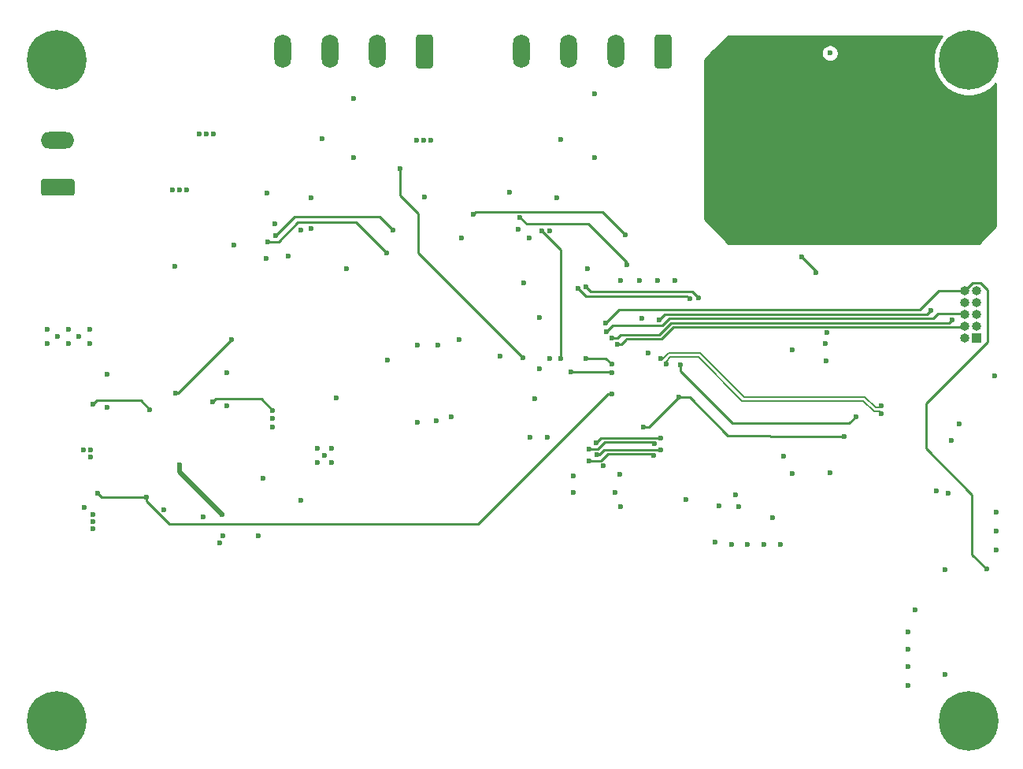
<source format=gbr>
%TF.GenerationSoftware,KiCad,Pcbnew,5.1.6-c6e7f7d~86~ubuntu18.04.1*%
%TF.CreationDate,2020-05-26T14:20:14+02:00*%
%TF.ProjectId,moeder_milda_v01,6d6f6564-6572-45f6-9d69-6c64615f7630,rev?*%
%TF.SameCoordinates,Original*%
%TF.FileFunction,Copper,L4,Bot*%
%TF.FilePolarity,Positive*%
%FSLAX46Y46*%
G04 Gerber Fmt 4.6, Leading zero omitted, Abs format (unit mm)*
G04 Created by KiCad (PCBNEW 5.1.6-c6e7f7d~86~ubuntu18.04.1) date 2020-05-26 14:20:14*
%MOMM*%
%LPD*%
G01*
G04 APERTURE LIST*
%TA.AperFunction,ComponentPad*%
%ADD10C,0.800000*%
%TD*%
%TA.AperFunction,ComponentPad*%
%ADD11C,6.400000*%
%TD*%
%TA.AperFunction,SMDPad,CuDef*%
%ADD12R,5.080000X2.420000*%
%TD*%
%TA.AperFunction,ViaPad*%
%ADD13C,0.970000*%
%TD*%
%TA.AperFunction,Conductor*%
%ADD14R,0.950000X0.460000*%
%TD*%
%TA.AperFunction,ComponentPad*%
%ADD15O,1.000000X1.000000*%
%TD*%
%TA.AperFunction,ComponentPad*%
%ADD16R,1.000000X1.000000*%
%TD*%
%TA.AperFunction,ComponentPad*%
%ADD17O,1.800000X3.600000*%
%TD*%
%TA.AperFunction,ComponentPad*%
%ADD18O,3.600000X1.800000*%
%TD*%
%TA.AperFunction,ViaPad*%
%ADD19C,0.800000*%
%TD*%
%TA.AperFunction,ViaPad*%
%ADD20C,0.600000*%
%TD*%
%TA.AperFunction,Conductor*%
%ADD21C,0.250000*%
%TD*%
%TA.AperFunction,Conductor*%
%ADD22C,0.500000*%
%TD*%
%TA.AperFunction,Conductor*%
%ADD23C,0.200000*%
%TD*%
%TA.AperFunction,Conductor*%
%ADD24C,0.254000*%
%TD*%
G04 APERTURE END LIST*
D10*
%TO.P,H4,1*%
%TO.N,N/C*%
X136697056Y-90302944D03*
X135000000Y-89600000D03*
X133302944Y-90302944D03*
X132600000Y-92000000D03*
X133302944Y-93697056D03*
X135000000Y-94400000D03*
X136697056Y-93697056D03*
X137400000Y-92000000D03*
D11*
X135000000Y-92000000D03*
%TD*%
D10*
%TO.P,H3,1*%
%TO.N,N/C*%
X136697056Y-19302944D03*
X135000000Y-18600000D03*
X133302944Y-19302944D03*
X132600000Y-21000000D03*
X133302944Y-22697056D03*
X135000000Y-23400000D03*
X136697056Y-22697056D03*
X137400000Y-21000000D03*
D11*
X135000000Y-21000000D03*
%TD*%
D10*
%TO.P,H2,1*%
%TO.N,N/C*%
X38697056Y-90302944D03*
X37000000Y-89600000D03*
X35302944Y-90302944D03*
X34600000Y-92000000D03*
X35302944Y-93697056D03*
X37000000Y-94400000D03*
X38697056Y-93697056D03*
X39400000Y-92000000D03*
D11*
X37000000Y-92000000D03*
%TD*%
D10*
%TO.P,H1,1*%
%TO.N,N/C*%
X38697056Y-19302944D03*
X37000000Y-18600000D03*
X35302944Y-19302944D03*
X34600000Y-21000000D03*
X35302944Y-22697056D03*
X37000000Y-23400000D03*
X38697056Y-22697056D03*
X39400000Y-21000000D03*
D11*
X37000000Y-21000000D03*
%TD*%
D12*
%TO.P,AE1,2*%
%TO.N,GND*%
X135527200Y-36079200D03*
X135527200Y-27319200D03*
D13*
%TD*%
%TO.N,GND*%
%TO.C,AE1*%
X132087200Y-36079200D03*
%TO.N,GND*%
%TO.C,AE1*%
X132087200Y-27319200D03*
D14*
X132537200Y-36079200D03*
X132537200Y-27319200D03*
%TD*%
D15*
%TO.P,J2,10*%
%TO.N,/MCU/RST*%
X134569200Y-45770800D03*
%TO.P,J2,9*%
%TO.N,GND*%
X135839200Y-45770800D03*
%TO.P,J2,8*%
%TO.N,/MCU/J_TDI*%
X134569200Y-47040800D03*
%TO.P,J2,7*%
%TO.N,N/C*%
X135839200Y-47040800D03*
%TO.P,J2,6*%
%TO.N,/MCU/J_TDO*%
X134569200Y-48310800D03*
%TO.P,J2,5*%
%TO.N,GND*%
X135839200Y-48310800D03*
%TO.P,J2,4*%
%TO.N,/MCU/J_TCK*%
X134569200Y-49580800D03*
%TO.P,J2,3*%
%TO.N,GND*%
X135839200Y-49580800D03*
%TO.P,J2,2*%
%TO.N,/MCU/J_TMS*%
X134569200Y-50850800D03*
D16*
%TO.P,J2,1*%
%TO.N,N/C*%
X135839200Y-50850800D03*
%TD*%
%TO.P,J3,1*%
%TO.N,GND*%
%TA.AperFunction,ComponentPad*%
G36*
G01*
X77404800Y-18516000D02*
X77404800Y-21616000D01*
G75*
G02*
X77154800Y-21866000I-250000J0D01*
G01*
X75854800Y-21866000D01*
G75*
G02*
X75604800Y-21616000I0J250000D01*
G01*
X75604800Y-18516000D01*
G75*
G02*
X75854800Y-18266000I250000J0D01*
G01*
X77154800Y-18266000D01*
G75*
G02*
X77404800Y-18516000I0J-250000D01*
G01*
G37*
%TD.AperFunction*%
D17*
%TO.P,J3,2*%
%TO.N,/CAN/CAN1_N*%
X71424800Y-20066000D03*
%TO.P,J3,3*%
%TO.N,/CAN/CAN1_P*%
X66344800Y-20066000D03*
%TO.P,J3,4*%
%TO.N,VBUS_CAN1*%
X61264800Y-20066000D03*
%TD*%
%TO.P,J4,4*%
%TO.N,VBUS_CAN2*%
X86918800Y-20066000D03*
%TO.P,J4,3*%
%TO.N,/CAN/CAN2_P*%
X91998800Y-20066000D03*
%TO.P,J4,2*%
%TO.N,/CAN/CAN2_N*%
X97078800Y-20066000D03*
%TO.P,J4,1*%
%TO.N,GND*%
%TA.AperFunction,ComponentPad*%
G36*
G01*
X103058800Y-18516000D02*
X103058800Y-21616000D01*
G75*
G02*
X102808800Y-21866000I-250000J0D01*
G01*
X101508800Y-21866000D01*
G75*
G02*
X101258800Y-21616000I0J250000D01*
G01*
X101258800Y-18516000D01*
G75*
G02*
X101508800Y-18266000I250000J0D01*
G01*
X102808800Y-18266000D01*
G75*
G02*
X103058800Y-18516000I0J-250000D01*
G01*
G37*
%TD.AperFunction*%
%TD*%
D18*
%TO.P,J5,2*%
%TO.N,GND*%
X37084000Y-29591000D03*
%TO.P,J5,1*%
%TO.N,Net-(C25-Pad1)*%
%TA.AperFunction,ComponentPad*%
G36*
G01*
X38634000Y-35571000D02*
X35534000Y-35571000D01*
G75*
G02*
X35284000Y-35321000I0J250000D01*
G01*
X35284000Y-34021000D01*
G75*
G02*
X35534000Y-33771000I250000J0D01*
G01*
X38634000Y-33771000D01*
G75*
G02*
X38884000Y-34021000I0J-250000D01*
G01*
X38884000Y-35321000D01*
G75*
G02*
X38634000Y-35571000I-250000J0D01*
G01*
G37*
%TD.AperFunction*%
%TD*%
D19*
%TO.N,GND*%
X134264400Y-35153600D03*
X136347200Y-35153600D03*
X136347200Y-36068000D03*
X134264400Y-36982400D03*
X135331200Y-36068000D03*
X134264400Y-36068000D03*
X136347200Y-36982400D03*
X135331200Y-36982400D03*
X135331200Y-35153600D03*
X136398000Y-28295600D03*
X135382000Y-28295600D03*
X134315200Y-28295600D03*
X136398000Y-27381200D03*
X135382000Y-27381200D03*
X134315200Y-27381200D03*
X136398000Y-26466800D03*
X135382000Y-26466800D03*
X134315200Y-26466800D03*
D20*
X68884800Y-25146000D03*
X68884800Y-31496000D03*
X68122800Y-43434000D03*
X107746800Y-72771000D03*
X97586800Y-68961000D03*
X64312800Y-35814000D03*
X94792800Y-24638000D03*
X94792800Y-31496000D03*
X94030800Y-43434000D03*
X90728800Y-35814000D03*
X119557800Y-51435000D03*
X119684800Y-53340000D03*
X109524800Y-73025000D03*
X111175800Y-73025000D03*
X112953800Y-73025000D03*
X101523800Y-44704000D03*
X99618800Y-44704000D03*
X100507800Y-52451000D03*
X109905800Y-67691000D03*
X104571800Y-68199000D03*
X114731800Y-73025000D03*
X115112800Y-63545000D03*
X137972800Y-69532500D03*
X137972800Y-71564500D03*
X137972800Y-73660000D03*
X97586800Y-44704000D03*
X103428800Y-44704000D03*
X125717300Y-20193000D03*
X127812800Y-39878000D03*
X114414300Y-39878000D03*
X77965300Y-51625500D03*
X75742800Y-51625500D03*
X88887300Y-48641000D03*
X80187800Y-51054000D03*
X88379300Y-57404000D03*
X87871300Y-61531500D03*
X89712800Y-61531500D03*
X77774800Y-59753500D03*
X75742800Y-59880500D03*
X84632800Y-52768500D03*
X95751442Y-64580645D03*
X92506800Y-65659000D03*
X92506800Y-67437000D03*
X89966800Y-53086000D03*
X128447800Y-82423000D03*
X128511300Y-88201500D03*
X128511300Y-86169500D03*
X128511300Y-84264500D03*
X137807700Y-54914800D03*
X131521200Y-67259200D03*
X132791200Y-67564000D03*
X132448300Y-87045800D03*
X129273300Y-80086200D03*
X120142000Y-65328800D03*
X79400400Y-59334400D03*
X119786400Y-50293020D03*
X59588400Y-35255200D03*
X65532000Y-29464000D03*
X91186000Y-29527500D03*
X55245000Y-54610000D03*
X55245000Y-58166000D03*
X42418000Y-54737000D03*
X42418000Y-58293000D03*
X54483000Y-72898000D03*
X54864000Y-72136000D03*
X63246000Y-68326000D03*
X59181668Y-65913332D03*
X58674000Y-72136000D03*
X52705000Y-70104000D03*
X67056000Y-57277000D03*
X49657000Y-43180000D03*
X56007000Y-40894000D03*
X60452000Y-38608000D03*
X50927000Y-34925000D03*
X50165000Y-34925000D03*
X49403000Y-34925000D03*
X48514000Y-69342000D03*
X76479400Y-35687000D03*
X86588600Y-39166800D03*
X85648800Y-35229800D03*
X132461000Y-75755500D03*
X40894000Y-69850000D03*
X40894000Y-70612000D03*
X40894000Y-71374000D03*
X40640000Y-62865000D03*
X40640000Y-63627000D03*
X39878000Y-62865000D03*
X39941500Y-69024500D03*
X133159500Y-61849000D03*
X133985000Y-60071000D03*
X123380500Y-19304000D03*
%TO.N,PRI_HI*%
X116065300Y-52133500D03*
X110286800Y-68961000D03*
X108191300Y-68897500D03*
X96951800Y-67437000D03*
X120079800Y-20242500D03*
X88823800Y-54165500D03*
X72504300Y-53213000D03*
X97459800Y-65532000D03*
X99872800Y-48768000D03*
X113879600Y-70118000D03*
X116001800Y-65405000D03*
X61849000Y-42037000D03*
X59512200Y-42291000D03*
X80441800Y-40106600D03*
X87782400Y-40132000D03*
X87198200Y-44907200D03*
X65024000Y-62738000D03*
X66548000Y-62738000D03*
X65786000Y-63500000D03*
X65024000Y-64262000D03*
X66548000Y-64262000D03*
%TO.N,/MCU/RST*%
X95961200Y-49225200D03*
X136969500Y-75692000D03*
%TO.N,+3V3*%
X64312800Y-39116000D03*
X89966800Y-39370000D03*
X53685440Y-57749440D03*
X60198000Y-59499500D03*
X60198000Y-60388500D03*
X60198000Y-58610500D03*
X89128600Y-39344600D03*
X63220600Y-39293800D03*
X91186000Y-53086000D03*
%TO.N,+12V*%
X35941000Y-49911000D03*
X35941000Y-51435000D03*
X37058600Y-50698400D03*
X38227000Y-49911000D03*
X38227000Y-51435000D03*
X40513000Y-49911000D03*
X40513000Y-51435000D03*
X39370000Y-50673000D03*
X52324000Y-28956000D03*
X53086000Y-28956000D03*
X53848000Y-28956000D03*
X75692000Y-29591000D03*
X76454000Y-29591000D03*
X77216000Y-29591000D03*
X87122000Y-52959000D03*
X73914000Y-32639000D03*
%TO.N,+5V*%
X40845740Y-57927240D03*
X46992540Y-58536840D03*
X49784000Y-56769000D03*
X55753000Y-51054000D03*
%TO.N,/Power/MOS_G*%
X54737000Y-69850000D03*
X50165000Y-64516000D03*
%TO.N,/MCU/J_TMS*%
X101752400Y-48869600D03*
X130911600Y-47904400D03*
%TO.N,/MCU/J_TCK*%
X97231200Y-51511200D03*
%TO.N,/MCU/J_TDO*%
X96063820Y-50190400D03*
%TO.N,/MCU/J_TDI*%
X96621600Y-50850800D03*
X133248400Y-48869600D03*
%TO.N,/MCU/USB_FT*%
X103886000Y-57200800D03*
X121615200Y-61468000D03*
X100076000Y-60452000D03*
%TO.N,/MCU/USB_LED*%
X122859800Y-59309000D03*
X104038400Y-53695600D03*
%TO.N,BAT_CHG*%
X46609000Y-67945000D03*
X96647000Y-56896000D03*
X41338500Y-67500500D03*
%TO.N,M_12V*%
X101206300Y-62220000D03*
X94233804Y-62781501D03*
%TO.N,M_5V0*%
X95046800Y-63406501D03*
X101904800Y-62845000D03*
%TO.N,M_3V3*%
X94919800Y-62103000D03*
X101904800Y-61595000D03*
%TO.N,M_TMP*%
X101142800Y-63470000D03*
X94221300Y-64031501D03*
%TO.N,RFM_MISO*%
X118541800Y-43815000D03*
X117017800Y-42164000D03*
%TO.N,CAN1_STB*%
X93049108Y-45558692D03*
X105003600Y-46634400D03*
%TO.N,/MCU/USB_N*%
X125603000Y-58972000D03*
X102501033Y-53642227D03*
%TO.N,/MCU/USB_P*%
X125603000Y-58122000D03*
X101899991Y-53041185D03*
%TO.N,CAN1_FLGB*%
X92227400Y-54483000D03*
X96647000Y-54610000D03*
%TO.N,CAN1_DIS*%
X60477400Y-39827200D03*
X73126600Y-39217600D03*
X93827600Y-45339000D03*
X105943400Y-46532800D03*
%TO.N,CAN1_PGD*%
X96621600Y-53670200D03*
X93827600Y-53035200D03*
X72440800Y-41706800D03*
X59613800Y-40487600D03*
%TO.N,CAN2_DIS*%
X98066842Y-39728158D03*
X81737200Y-37541200D03*
%TO.N,CAN2_PGD*%
X98234500Y-42989500D03*
X86766400Y-37909499D03*
%TD*%
D21*
%TO.N,/MCU/RST*%
X131826000Y-45770800D02*
X134569200Y-45770800D01*
X95961200Y-49225200D02*
X97383600Y-47802800D01*
X129794000Y-47802800D02*
X131826000Y-45770800D01*
X97383600Y-47802800D02*
X129794000Y-47802800D01*
X136235201Y-44945799D02*
X135394201Y-44945799D01*
X135382000Y-74104500D02*
X135382000Y-67716400D01*
X137007600Y-45718198D02*
X136235201Y-44945799D01*
X130403600Y-62738000D02*
X130403600Y-57871402D01*
X136969500Y-75692000D02*
X135382000Y-74104500D01*
X135382000Y-67716400D02*
X130403600Y-62738000D01*
X135394201Y-44945799D02*
X134569200Y-45770800D01*
X130403600Y-57871402D02*
X137007600Y-51267402D01*
X137007600Y-51267402D02*
X137007600Y-45718198D01*
%TO.N,+3V3*%
X58962341Y-57374841D02*
X60198000Y-58610500D01*
X53660040Y-57774840D02*
X54060039Y-57374841D01*
X54060039Y-57374841D02*
X58962341Y-57374841D01*
X91186000Y-53086000D02*
X91186000Y-41402000D01*
X91186000Y-41402000D02*
X89128600Y-39344600D01*
%TO.N,+12V*%
X75854399Y-41691399D02*
X75854399Y-37500399D01*
X87122000Y-52959000D02*
X75854399Y-41691399D01*
X75854399Y-37500399D02*
X73914000Y-35560000D01*
X73914000Y-35560000D02*
X73914000Y-32639000D01*
%TO.N,+5V*%
X45982941Y-57527241D02*
X46992540Y-58536840D01*
X41245739Y-57527241D02*
X45982941Y-57527241D01*
X40845740Y-57927240D02*
X41245739Y-57527241D01*
X50038000Y-56769000D02*
X49784000Y-56769000D01*
X55753000Y-51054000D02*
X50038000Y-56769000D01*
D22*
%TO.N,/Power/MOS_G*%
X54737000Y-69850000D02*
X50165000Y-65278000D01*
X50165000Y-65278000D02*
X50165000Y-64516000D01*
D21*
%TO.N,/MCU/J_TMS*%
X101752400Y-48869600D02*
X102311200Y-48310800D01*
X102311200Y-48310800D02*
X130505200Y-48310800D01*
X130505200Y-48310800D02*
X130911600Y-47904400D01*
%TO.N,/MCU/J_TCK*%
X134481980Y-49668020D02*
X134569200Y-49580800D01*
X103239980Y-49668020D02*
X134481980Y-49668020D01*
X97655464Y-51511200D02*
X98145600Y-51021064D01*
X97231200Y-51511200D02*
X97655464Y-51511200D01*
X98145600Y-51003200D02*
X98188189Y-50960611D01*
X98145600Y-51021064D02*
X98145600Y-51003200D01*
X98188189Y-50960611D02*
X101947389Y-50960611D01*
X101947389Y-50960611D02*
X103239980Y-49668020D01*
%TO.N,/MCU/J_TDO*%
X134502999Y-48244599D02*
X134569200Y-48310800D01*
X96063820Y-50190400D02*
X96759619Y-49494601D01*
X96759619Y-49494601D02*
X102092599Y-49494601D01*
X102092599Y-49494601D02*
X102819200Y-48768000D01*
X131739801Y-48244599D02*
X134502999Y-48244599D01*
X102819200Y-48768000D02*
X131216400Y-48768000D01*
X131216400Y-48768000D02*
X131739801Y-48244599D01*
%TO.N,/MCU/J_TDI*%
X101713009Y-50510601D02*
X103005600Y-49218010D01*
X97622199Y-50510601D02*
X101713009Y-50510601D01*
X103005600Y-49218010D02*
X132899990Y-49218010D01*
X97282000Y-50850800D02*
X97622199Y-50510601D01*
X96621600Y-50850800D02*
X97282000Y-50850800D01*
X132899990Y-49218010D02*
X133248400Y-48869600D01*
%TO.N,/MCU/USB_FT*%
X121513600Y-61366400D02*
X121615200Y-61468000D01*
X100634800Y-60452000D02*
X103886000Y-57200800D01*
X100076000Y-60452000D02*
X100634800Y-60452000D01*
X103886000Y-57200800D02*
X104990046Y-57200800D01*
X104990046Y-57200800D02*
X109118400Y-61329154D01*
X109118400Y-61329154D02*
X113575246Y-61329154D01*
X113714092Y-61468000D02*
X121615200Y-61468000D01*
X113575246Y-61329154D02*
X113714092Y-61468000D01*
%TO.N,/MCU/USB_LED*%
X104038400Y-54410649D02*
X109620241Y-59992490D01*
X109620241Y-59992490D02*
X122176310Y-59992490D01*
X122176310Y-59992490D02*
X122859800Y-59309000D01*
X104038400Y-53695600D02*
X104038400Y-54410649D01*
%TO.N,BAT_CHG*%
X46609000Y-68369264D02*
X49105736Y-70866000D01*
X46609000Y-67945000D02*
X46609000Y-68369264D01*
X49105736Y-70866000D02*
X82296000Y-70866000D01*
X82296000Y-70866000D02*
X96266000Y-56896000D01*
X96266000Y-56896000D02*
X96647000Y-56896000D01*
X41783000Y-67945000D02*
X46609000Y-67945000D01*
X41338500Y-67500500D02*
X41783000Y-67945000D01*
%TO.N,M_12V*%
X95166301Y-62781501D02*
X95902792Y-62045010D01*
X94233804Y-62781501D02*
X95166301Y-62781501D01*
X101031310Y-62045010D02*
X101206300Y-62220000D01*
X95902792Y-62045010D02*
X101031310Y-62045010D01*
%TO.N,M_5V0*%
X95046800Y-63406501D02*
X95265275Y-63406501D01*
X95265275Y-63406501D02*
X95826776Y-62845000D01*
X95826776Y-62845000D02*
X101904800Y-62845000D01*
%TO.N,M_3V3*%
X94919800Y-62103000D02*
X95427800Y-61595000D01*
X95427800Y-61595000D02*
X101904800Y-61595000D01*
%TO.N,M_TMP*%
X95453001Y-64031502D02*
X96189493Y-63295010D01*
X100967810Y-63295010D02*
X101142800Y-63470000D01*
X96189493Y-63295010D02*
X100967810Y-63295010D01*
X94221300Y-64031501D02*
X95453001Y-64031502D01*
%TO.N,RFM_MISO*%
X118541800Y-43815000D02*
X118541800Y-43688000D01*
X118541800Y-43688000D02*
X117017800Y-42164000D01*
%TO.N,CAN1_STB*%
X93049108Y-45558692D02*
X93845416Y-46355000D01*
X93845416Y-46355000D02*
X104724200Y-46355000D01*
X104724200Y-46355000D02*
X105003600Y-46634400D01*
D23*
%TO.N,/MCU/USB_N*%
X125603000Y-58972000D02*
X125403000Y-58772000D01*
X125403000Y-58772000D02*
X124811300Y-58772000D01*
X124811300Y-58772000D02*
X123668300Y-57629000D01*
X123668300Y-57629000D02*
X110650800Y-57629000D01*
X110650800Y-57629000D02*
X105951800Y-52930000D01*
X102501033Y-53359384D02*
X102501033Y-53642227D01*
X105951800Y-52930000D02*
X102930417Y-52930000D01*
X102930417Y-52930000D02*
X102501033Y-53359384D01*
%TO.N,/MCU/USB_P*%
X125603000Y-58122000D02*
X125403000Y-58322000D01*
X125403000Y-58322000D02*
X124997700Y-58322000D01*
X124997700Y-58322000D02*
X123854700Y-57179000D01*
X123854700Y-57179000D02*
X110837200Y-57179000D01*
X110837200Y-57179000D02*
X106138200Y-52480000D01*
X106138200Y-52480000D02*
X102744019Y-52480000D01*
X102744019Y-52480000D02*
X102182834Y-53041185D01*
X102182834Y-53041185D02*
X101899991Y-53041185D01*
D21*
%TO.N,CAN1_FLGB*%
X92227400Y-54483000D02*
X96520000Y-54483000D01*
X96520000Y-54483000D02*
X96647000Y-54610000D01*
%TO.N,CAN1_DIS*%
X60477400Y-39827200D02*
X62516590Y-37788010D01*
X62516590Y-37788010D02*
X71697010Y-37788010D01*
X71697010Y-37788010D02*
X73126600Y-39217600D01*
X93827600Y-45339000D02*
X94386400Y-45897800D01*
X94386400Y-45897800D02*
X105308400Y-45897800D01*
X105308400Y-45897800D02*
X105943400Y-46532800D01*
%TO.N,CAN1_PGD*%
X96621600Y-53670200D02*
X95986600Y-53035200D01*
X95986600Y-53035200D02*
X93827600Y-53035200D01*
X72440800Y-41706800D02*
X69164200Y-38430200D01*
X69164200Y-38430200D02*
X62865000Y-38430200D01*
X62865000Y-38430200D02*
X60807600Y-40487600D01*
X60807600Y-40487600D02*
X59613800Y-40487600D01*
%TO.N,CAN2_DIS*%
X98066842Y-39728158D02*
X95623183Y-37284499D01*
X95623183Y-37284499D02*
X81993901Y-37284499D01*
X81993901Y-37284499D02*
X81737200Y-37541200D01*
%TO.N,CAN2_PGD*%
X98234500Y-42989500D02*
X98234500Y-42735500D01*
X98234500Y-42735500D02*
X94107000Y-38608000D01*
X94107000Y-38608000D02*
X87464901Y-38608000D01*
X87464901Y-38608000D02*
X86766400Y-37909499D01*
%TD*%
D24*
%TO.N,GND*%
G36*
X132115312Y-18461179D02*
G01*
X132021161Y-18555330D01*
X131601467Y-19183446D01*
X131312377Y-19881372D01*
X131165000Y-20622285D01*
X131165000Y-21377715D01*
X131312377Y-22118628D01*
X131601467Y-22816554D01*
X132021161Y-23444670D01*
X132555330Y-23978839D01*
X133183446Y-24398533D01*
X133881372Y-24687623D01*
X134622285Y-24835000D01*
X135377715Y-24835000D01*
X136118628Y-24687623D01*
X136816554Y-24398533D01*
X137444670Y-23978839D01*
X137896600Y-23526909D01*
X137896600Y-38860194D01*
X136091394Y-40665400D01*
X109171006Y-40665400D01*
X106603800Y-38098194D01*
X106603800Y-20982206D01*
X107435595Y-20150411D01*
X119144800Y-20150411D01*
X119144800Y-20334589D01*
X119180732Y-20515229D01*
X119251214Y-20685389D01*
X119353538Y-20838528D01*
X119483772Y-20968762D01*
X119636911Y-21071086D01*
X119807071Y-21141568D01*
X119987711Y-21177500D01*
X120171889Y-21177500D01*
X120352529Y-21141568D01*
X120522689Y-21071086D01*
X120675828Y-20968762D01*
X120806062Y-20838528D01*
X120908386Y-20685389D01*
X120978868Y-20515229D01*
X121014800Y-20334589D01*
X121014800Y-20150411D01*
X120978868Y-19969771D01*
X120908386Y-19799611D01*
X120806062Y-19646472D01*
X120675828Y-19516238D01*
X120522689Y-19413914D01*
X120352529Y-19343432D01*
X120171889Y-19307500D01*
X119987711Y-19307500D01*
X119807071Y-19343432D01*
X119636911Y-19413914D01*
X119483772Y-19516238D01*
X119353538Y-19646472D01*
X119251214Y-19799611D01*
X119180732Y-19969771D01*
X119144800Y-20150411D01*
X107435595Y-20150411D01*
X109170900Y-18415106D01*
X132115312Y-18461179D01*
G37*
X132115312Y-18461179D02*
X132021161Y-18555330D01*
X131601467Y-19183446D01*
X131312377Y-19881372D01*
X131165000Y-20622285D01*
X131165000Y-21377715D01*
X131312377Y-22118628D01*
X131601467Y-22816554D01*
X132021161Y-23444670D01*
X132555330Y-23978839D01*
X133183446Y-24398533D01*
X133881372Y-24687623D01*
X134622285Y-24835000D01*
X135377715Y-24835000D01*
X136118628Y-24687623D01*
X136816554Y-24398533D01*
X137444670Y-23978839D01*
X137896600Y-23526909D01*
X137896600Y-38860194D01*
X136091394Y-40665400D01*
X109171006Y-40665400D01*
X106603800Y-38098194D01*
X106603800Y-20982206D01*
X107435595Y-20150411D01*
X119144800Y-20150411D01*
X119144800Y-20334589D01*
X119180732Y-20515229D01*
X119251214Y-20685389D01*
X119353538Y-20838528D01*
X119483772Y-20968762D01*
X119636911Y-21071086D01*
X119807071Y-21141568D01*
X119987711Y-21177500D01*
X120171889Y-21177500D01*
X120352529Y-21141568D01*
X120522689Y-21071086D01*
X120675828Y-20968762D01*
X120806062Y-20838528D01*
X120908386Y-20685389D01*
X120978868Y-20515229D01*
X121014800Y-20334589D01*
X121014800Y-20150411D01*
X120978868Y-19969771D01*
X120908386Y-19799611D01*
X120806062Y-19646472D01*
X120675828Y-19516238D01*
X120522689Y-19413914D01*
X120352529Y-19343432D01*
X120171889Y-19307500D01*
X119987711Y-19307500D01*
X119807071Y-19343432D01*
X119636911Y-19413914D01*
X119483772Y-19516238D01*
X119353538Y-19646472D01*
X119251214Y-19799611D01*
X119180732Y-19969771D01*
X119144800Y-20150411D01*
X107435595Y-20150411D01*
X109170900Y-18415106D01*
X132115312Y-18461179D01*
%TD*%
M02*

</source>
